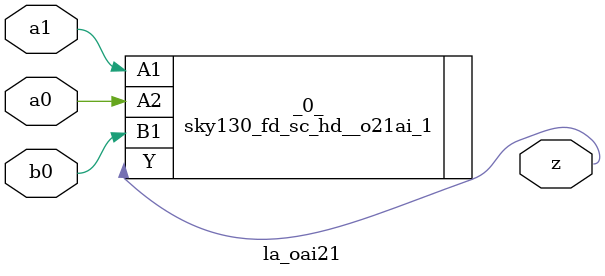
<source format=v>
/* Generated by Yosys 0.37 (git sha1 a5c7f69ed, clang 14.0.0-1ubuntu1.1 -fPIC -Os) */

module la_oai21(a0, a1, b0, z);
  input a0;
  wire a0;
  input a1;
  wire a1;
  input b0;
  wire b0;
  output z;
  wire z;
  sky130_fd_sc_hd__o21ai_1 _0_ (
    .A1(a1),
    .A2(a0),
    .B1(b0),
    .Y(z)
  );
endmodule

</source>
